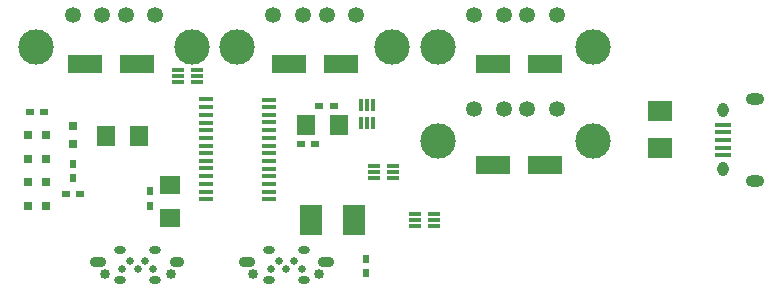
<source format=gbr>
G04 #@! TF.FileFunction,Soldermask,Top*
%FSLAX46Y46*%
G04 Gerber Fmt 4.6, Leading zero omitted, Abs format (unit mm)*
G04 Created by KiCad (PCBNEW (2015-07-04 BZR 5884, Git c1bbf3e)-product) date 08/02/2016 4:00:02 PM*
%MOMM*%
G01*
G04 APERTURE LIST*
%ADD10C,0.100000*%
%ADD11R,2.029460X1.651000*%
%ADD12R,1.837160X2.537160*%
%ADD13R,0.600000X0.700000*%
%ADD14R,0.700000X0.600000*%
%ADD15R,0.797560X0.797560*%
%ADD16C,1.350000*%
%ADD17C,3.000000*%
%ADD18R,2.999740X1.600200*%
%ADD19R,1.270000X0.406400*%
%ADD20R,1.350000X0.400000*%
%ADD21O,0.950000X1.250000*%
%ADD22O,1.550000X1.000000*%
%ADD23R,0.990000X0.300000*%
%ADD24R,0.300000X0.990000*%
%ADD25C,0.850000*%
%ADD26O,1.400000X0.900000*%
%ADD27O,1.200000X0.900000*%
%ADD28O,1.000000X0.700000*%
%ADD29C,0.650000*%
%ADD30R,1.600200X1.803400*%
%ADD31R,1.803400X1.600200*%
G04 APERTURE END LIST*
D10*
D11*
X155200000Y-88084960D03*
X155200000Y-84915040D03*
D12*
X125650000Y-94200000D03*
X129350000Y-94200000D03*
D13*
X112050000Y-91750000D03*
X112050000Y-92950000D03*
D14*
X124850000Y-87700000D03*
X126050000Y-87700000D03*
D15*
X103249300Y-87000000D03*
X101750700Y-87000000D03*
X101750700Y-89000000D03*
X103249300Y-89000000D03*
X103249300Y-91000000D03*
X101750700Y-91000000D03*
X101750700Y-93000000D03*
X103249300Y-93000000D03*
X105500000Y-87749300D03*
X105500000Y-86250700D03*
D16*
X105500000Y-76780000D03*
X112500000Y-76780000D03*
X110000000Y-76780000D03*
D17*
X102430000Y-79490000D03*
D16*
X108000000Y-76780000D03*
D17*
X115570000Y-79490000D03*
D16*
X122500000Y-76780000D03*
X129500000Y-76780000D03*
X127000000Y-76780000D03*
D17*
X119430000Y-79490000D03*
D16*
X125000000Y-76780000D03*
D17*
X132570000Y-79490000D03*
D16*
X139500000Y-76780000D03*
X146500000Y-76780000D03*
X144000000Y-76780000D03*
D17*
X136430000Y-79490000D03*
D16*
X142000000Y-76780000D03*
D17*
X149570000Y-79490000D03*
D16*
X139500000Y-84780000D03*
X146500000Y-84780000D03*
X144000000Y-84780000D03*
D17*
X136430000Y-87490000D03*
D16*
X142000000Y-84780000D03*
D17*
X149570000Y-87490000D03*
D14*
X126400000Y-84500000D03*
X127600000Y-84500000D03*
X101900000Y-85000000D03*
X103100000Y-85000000D03*
X104900000Y-92000000D03*
X106100000Y-92000000D03*
D13*
X105500000Y-89400000D03*
X105500000Y-90600000D03*
D18*
X128199640Y-81000000D03*
X123800360Y-81000000D03*
X145500000Y-81000000D03*
X141100720Y-81000000D03*
X145500000Y-89500000D03*
X141100720Y-89500000D03*
D19*
X122167000Y-84614000D03*
X122167000Y-83979000D03*
X116833000Y-87879000D03*
X116833000Y-88514000D03*
X116833000Y-89814000D03*
X116833000Y-89179000D03*
X122167000Y-85279000D03*
X122167000Y-85914000D03*
X122167000Y-92421000D03*
X122167000Y-91786000D03*
X122167000Y-91125600D03*
X122167000Y-90465200D03*
X122167000Y-89830200D03*
X122167000Y-89169800D03*
X122167000Y-88509400D03*
X122167000Y-87874400D03*
X122167000Y-87214000D03*
X122167000Y-86579000D03*
X116833000Y-90479000D03*
X116833000Y-91114000D03*
X116833000Y-91774400D03*
X116833000Y-92409400D03*
X116833000Y-83969800D03*
X116833000Y-84630200D03*
X116833000Y-85265200D03*
X116833000Y-85925600D03*
X116833000Y-86586000D03*
X116833000Y-87221000D03*
D13*
X130300000Y-98700000D03*
X130300000Y-97500000D03*
D20*
X160600000Y-88700000D03*
X160600000Y-88050000D03*
X160600000Y-87400000D03*
X160600000Y-86750000D03*
X160600000Y-86100000D03*
D21*
X160600000Y-89900000D03*
X160600000Y-84900000D03*
D22*
X163300000Y-90900000D03*
X163300000Y-83900000D03*
D23*
X116000000Y-82500000D03*
X116000000Y-82000000D03*
X116000000Y-81500000D03*
X114400000Y-81500000D03*
X114400000Y-82000000D03*
X114400000Y-82500000D03*
D24*
X129900000Y-86000000D03*
X130400000Y-86000000D03*
X130900000Y-86000000D03*
X130900000Y-84400000D03*
X130400000Y-84400000D03*
X129900000Y-84400000D03*
D23*
X131000000Y-89600000D03*
X131000000Y-90100000D03*
X131000000Y-90600000D03*
X132600000Y-90600000D03*
X132600000Y-90100000D03*
X132600000Y-89600000D03*
X136100000Y-94700000D03*
X136100000Y-94200000D03*
X136100000Y-93700000D03*
X134500000Y-93700000D03*
X134500000Y-94200000D03*
X134500000Y-94700000D03*
D18*
X110949640Y-81000000D03*
X106550360Y-81000000D03*
D25*
X113800000Y-98750000D03*
D26*
X107675000Y-97710000D03*
D27*
X114325000Y-97710000D03*
D28*
X112500000Y-96750000D03*
X112500000Y-99250000D03*
X109500000Y-96750000D03*
X109500000Y-99250000D03*
D29*
X112300000Y-98350000D03*
X111000000Y-98350000D03*
X111650000Y-97650000D03*
X110350000Y-97650000D03*
X109700000Y-98350000D03*
D25*
X108200000Y-98750000D03*
X126400000Y-98750000D03*
D26*
X120275000Y-97710000D03*
X126925000Y-97710000D03*
D28*
X125100000Y-96750000D03*
X125100000Y-99250000D03*
X122100000Y-96750000D03*
X122100000Y-99250000D03*
D29*
X124900000Y-98350000D03*
X123600000Y-98350000D03*
X124250000Y-97650000D03*
X122950000Y-97650000D03*
X122300000Y-98350000D03*
D25*
X120800000Y-98750000D03*
D30*
X111097000Y-87050000D03*
X108303000Y-87050000D03*
D31*
X113750000Y-91203000D03*
X113750000Y-93997000D03*
D30*
X125253000Y-86100000D03*
X128047000Y-86100000D03*
M02*

</source>
